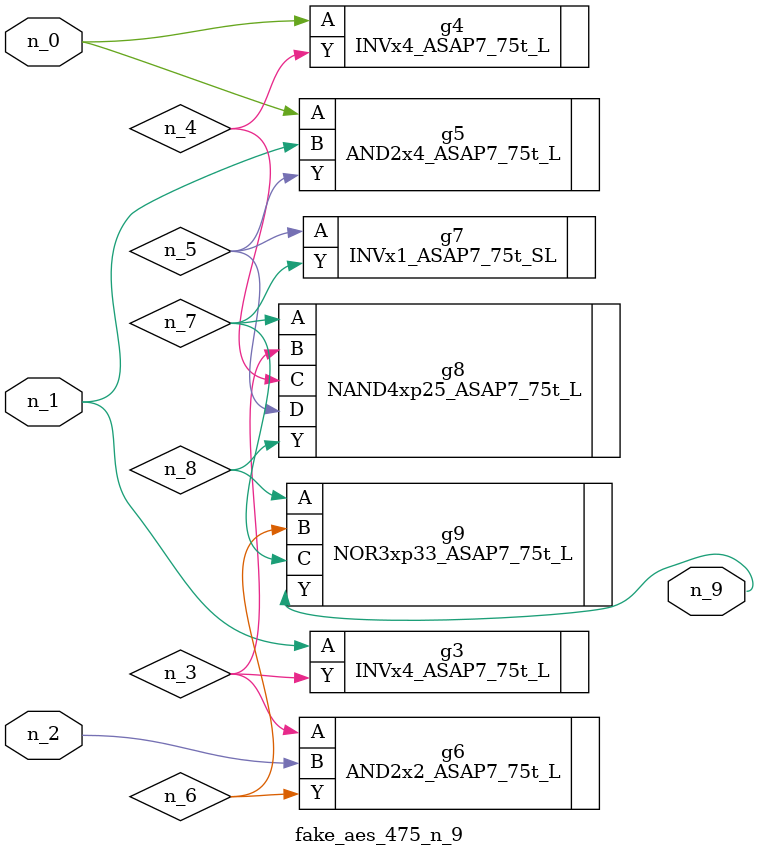
<source format=v>
module fake_aes_475_n_9 (n_1, n_2, n_0, n_9);
input n_1;
input n_2;
input n_0;
output n_9;
wire n_6;
wire n_4;
wire n_3;
wire n_5;
wire n_7;
wire n_8;
INVx4_ASAP7_75t_L g3 ( .A(n_1), .Y(n_3) );
INVx4_ASAP7_75t_L g4 ( .A(n_0), .Y(n_4) );
AND2x4_ASAP7_75t_L g5 ( .A(n_0), .B(n_1), .Y(n_5) );
AND2x2_ASAP7_75t_L g6 ( .A(n_3), .B(n_2), .Y(n_6) );
INVx1_ASAP7_75t_SL g7 ( .A(n_5), .Y(n_7) );
NAND4xp25_ASAP7_75t_L g8 ( .A(n_7), .B(n_3), .C(n_4), .D(n_5), .Y(n_8) );
NOR3xp33_ASAP7_75t_L g9 ( .A(n_8), .B(n_6), .C(n_7), .Y(n_9) );
endmodule
</source>
